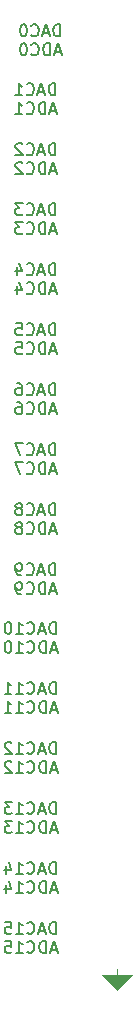
<source format=gbr>
%TF.GenerationSoftware,KiCad,Pcbnew,8.0.7-8.0.7-0~ubuntu22.04.1*%
%TF.CreationDate,2025-01-13T14:39:21-08:00*%
%TF.ProjectId,multichannelheaterdriver_frontend,6d756c74-6963-4686-916e-6e656c686561,rev?*%
%TF.SameCoordinates,Original*%
%TF.FileFunction,Legend,Bot*%
%TF.FilePolarity,Positive*%
%FSLAX46Y46*%
G04 Gerber Fmt 4.6, Leading zero omitted, Abs format (unit mm)*
G04 Created by KiCad (PCBNEW 8.0.7-8.0.7-0~ubuntu22.04.1) date 2025-01-13 14:39:21*
%MOMM*%
%LPD*%
G01*
G04 APERTURE LIST*
%ADD10C,0.100000*%
%ADD11C,0.150000*%
G04 APERTURE END LIST*
D10*
X97790000Y-91440000D02*
X97790000Y-91948000D01*
X97790000Y-93218000D02*
X96520000Y-91948000D01*
X99060000Y-91948000D01*
X97790000Y-93218000D01*
G36*
X97790000Y-93218000D02*
G01*
X96520000Y-91948000D01*
X99060000Y-91948000D01*
X97790000Y-93218000D01*
G37*
D11*
X92970112Y-12449847D02*
X92970112Y-11449847D01*
X92970112Y-11449847D02*
X92732017Y-11449847D01*
X92732017Y-11449847D02*
X92589160Y-11497466D01*
X92589160Y-11497466D02*
X92493922Y-11592704D01*
X92493922Y-11592704D02*
X92446303Y-11687942D01*
X92446303Y-11687942D02*
X92398684Y-11878418D01*
X92398684Y-11878418D02*
X92398684Y-12021275D01*
X92398684Y-12021275D02*
X92446303Y-12211751D01*
X92446303Y-12211751D02*
X92493922Y-12306989D01*
X92493922Y-12306989D02*
X92589160Y-12402228D01*
X92589160Y-12402228D02*
X92732017Y-12449847D01*
X92732017Y-12449847D02*
X92970112Y-12449847D01*
X92017731Y-12164132D02*
X91541541Y-12164132D01*
X92112969Y-12449847D02*
X91779636Y-11449847D01*
X91779636Y-11449847D02*
X91446303Y-12449847D01*
X90541541Y-12354608D02*
X90589160Y-12402228D01*
X90589160Y-12402228D02*
X90732017Y-12449847D01*
X90732017Y-12449847D02*
X90827255Y-12449847D01*
X90827255Y-12449847D02*
X90970112Y-12402228D01*
X90970112Y-12402228D02*
X91065350Y-12306989D01*
X91065350Y-12306989D02*
X91112969Y-12211751D01*
X91112969Y-12211751D02*
X91160588Y-12021275D01*
X91160588Y-12021275D02*
X91160588Y-11878418D01*
X91160588Y-11878418D02*
X91112969Y-11687942D01*
X91112969Y-11687942D02*
X91065350Y-11592704D01*
X91065350Y-11592704D02*
X90970112Y-11497466D01*
X90970112Y-11497466D02*
X90827255Y-11449847D01*
X90827255Y-11449847D02*
X90732017Y-11449847D01*
X90732017Y-11449847D02*
X90589160Y-11497466D01*
X90589160Y-11497466D02*
X90541541Y-11545085D01*
X89922493Y-11449847D02*
X89827255Y-11449847D01*
X89827255Y-11449847D02*
X89732017Y-11497466D01*
X89732017Y-11497466D02*
X89684398Y-11545085D01*
X89684398Y-11545085D02*
X89636779Y-11640323D01*
X89636779Y-11640323D02*
X89589160Y-11830799D01*
X89589160Y-11830799D02*
X89589160Y-12068894D01*
X89589160Y-12068894D02*
X89636779Y-12259370D01*
X89636779Y-12259370D02*
X89684398Y-12354608D01*
X89684398Y-12354608D02*
X89732017Y-12402228D01*
X89732017Y-12402228D02*
X89827255Y-12449847D01*
X89827255Y-12449847D02*
X89922493Y-12449847D01*
X89922493Y-12449847D02*
X90017731Y-12402228D01*
X90017731Y-12402228D02*
X90065350Y-12354608D01*
X90065350Y-12354608D02*
X90112969Y-12259370D01*
X90112969Y-12259370D02*
X90160588Y-12068894D01*
X90160588Y-12068894D02*
X90160588Y-11830799D01*
X90160588Y-11830799D02*
X90112969Y-11640323D01*
X90112969Y-11640323D02*
X90065350Y-11545085D01*
X90065350Y-11545085D02*
X90017731Y-11497466D01*
X90017731Y-11497466D02*
X89922493Y-11449847D01*
X93017731Y-13774076D02*
X92541541Y-13774076D01*
X93112969Y-14059791D02*
X92779636Y-13059791D01*
X92779636Y-13059791D02*
X92446303Y-14059791D01*
X92112969Y-14059791D02*
X92112969Y-13059791D01*
X92112969Y-13059791D02*
X91874874Y-13059791D01*
X91874874Y-13059791D02*
X91732017Y-13107410D01*
X91732017Y-13107410D02*
X91636779Y-13202648D01*
X91636779Y-13202648D02*
X91589160Y-13297886D01*
X91589160Y-13297886D02*
X91541541Y-13488362D01*
X91541541Y-13488362D02*
X91541541Y-13631219D01*
X91541541Y-13631219D02*
X91589160Y-13821695D01*
X91589160Y-13821695D02*
X91636779Y-13916933D01*
X91636779Y-13916933D02*
X91732017Y-14012172D01*
X91732017Y-14012172D02*
X91874874Y-14059791D01*
X91874874Y-14059791D02*
X92112969Y-14059791D01*
X90541541Y-13964552D02*
X90589160Y-14012172D01*
X90589160Y-14012172D02*
X90732017Y-14059791D01*
X90732017Y-14059791D02*
X90827255Y-14059791D01*
X90827255Y-14059791D02*
X90970112Y-14012172D01*
X90970112Y-14012172D02*
X91065350Y-13916933D01*
X91065350Y-13916933D02*
X91112969Y-13821695D01*
X91112969Y-13821695D02*
X91160588Y-13631219D01*
X91160588Y-13631219D02*
X91160588Y-13488362D01*
X91160588Y-13488362D02*
X91112969Y-13297886D01*
X91112969Y-13297886D02*
X91065350Y-13202648D01*
X91065350Y-13202648D02*
X90970112Y-13107410D01*
X90970112Y-13107410D02*
X90827255Y-13059791D01*
X90827255Y-13059791D02*
X90732017Y-13059791D01*
X90732017Y-13059791D02*
X90589160Y-13107410D01*
X90589160Y-13107410D02*
X90541541Y-13155029D01*
X89922493Y-13059791D02*
X89827255Y-13059791D01*
X89827255Y-13059791D02*
X89732017Y-13107410D01*
X89732017Y-13107410D02*
X89684398Y-13155029D01*
X89684398Y-13155029D02*
X89636779Y-13250267D01*
X89636779Y-13250267D02*
X89589160Y-13440743D01*
X89589160Y-13440743D02*
X89589160Y-13678838D01*
X89589160Y-13678838D02*
X89636779Y-13869314D01*
X89636779Y-13869314D02*
X89684398Y-13964552D01*
X89684398Y-13964552D02*
X89732017Y-14012172D01*
X89732017Y-14012172D02*
X89827255Y-14059791D01*
X89827255Y-14059791D02*
X89922493Y-14059791D01*
X89922493Y-14059791D02*
X90017731Y-14012172D01*
X90017731Y-14012172D02*
X90065350Y-13964552D01*
X90065350Y-13964552D02*
X90112969Y-13869314D01*
X90112969Y-13869314D02*
X90160588Y-13678838D01*
X90160588Y-13678838D02*
X90160588Y-13440743D01*
X90160588Y-13440743D02*
X90112969Y-13250267D01*
X90112969Y-13250267D02*
X90065350Y-13155029D01*
X90065350Y-13155029D02*
X90017731Y-13107410D01*
X90017731Y-13107410D02*
X89922493Y-13059791D01*
X92570112Y-27589847D02*
X92570112Y-26589847D01*
X92570112Y-26589847D02*
X92332017Y-26589847D01*
X92332017Y-26589847D02*
X92189160Y-26637466D01*
X92189160Y-26637466D02*
X92093922Y-26732704D01*
X92093922Y-26732704D02*
X92046303Y-26827942D01*
X92046303Y-26827942D02*
X91998684Y-27018418D01*
X91998684Y-27018418D02*
X91998684Y-27161275D01*
X91998684Y-27161275D02*
X92046303Y-27351751D01*
X92046303Y-27351751D02*
X92093922Y-27446989D01*
X92093922Y-27446989D02*
X92189160Y-27542228D01*
X92189160Y-27542228D02*
X92332017Y-27589847D01*
X92332017Y-27589847D02*
X92570112Y-27589847D01*
X91617731Y-27304132D02*
X91141541Y-27304132D01*
X91712969Y-27589847D02*
X91379636Y-26589847D01*
X91379636Y-26589847D02*
X91046303Y-27589847D01*
X90141541Y-27494608D02*
X90189160Y-27542228D01*
X90189160Y-27542228D02*
X90332017Y-27589847D01*
X90332017Y-27589847D02*
X90427255Y-27589847D01*
X90427255Y-27589847D02*
X90570112Y-27542228D01*
X90570112Y-27542228D02*
X90665350Y-27446989D01*
X90665350Y-27446989D02*
X90712969Y-27351751D01*
X90712969Y-27351751D02*
X90760588Y-27161275D01*
X90760588Y-27161275D02*
X90760588Y-27018418D01*
X90760588Y-27018418D02*
X90712969Y-26827942D01*
X90712969Y-26827942D02*
X90665350Y-26732704D01*
X90665350Y-26732704D02*
X90570112Y-26637466D01*
X90570112Y-26637466D02*
X90427255Y-26589847D01*
X90427255Y-26589847D02*
X90332017Y-26589847D01*
X90332017Y-26589847D02*
X90189160Y-26637466D01*
X90189160Y-26637466D02*
X90141541Y-26685085D01*
X89808207Y-26589847D02*
X89189160Y-26589847D01*
X89189160Y-26589847D02*
X89522493Y-26970799D01*
X89522493Y-26970799D02*
X89379636Y-26970799D01*
X89379636Y-26970799D02*
X89284398Y-27018418D01*
X89284398Y-27018418D02*
X89236779Y-27066037D01*
X89236779Y-27066037D02*
X89189160Y-27161275D01*
X89189160Y-27161275D02*
X89189160Y-27399370D01*
X89189160Y-27399370D02*
X89236779Y-27494608D01*
X89236779Y-27494608D02*
X89284398Y-27542228D01*
X89284398Y-27542228D02*
X89379636Y-27589847D01*
X89379636Y-27589847D02*
X89665350Y-27589847D01*
X89665350Y-27589847D02*
X89760588Y-27542228D01*
X89760588Y-27542228D02*
X89808207Y-27494608D01*
X92617731Y-28914076D02*
X92141541Y-28914076D01*
X92712969Y-29199791D02*
X92379636Y-28199791D01*
X92379636Y-28199791D02*
X92046303Y-29199791D01*
X91712969Y-29199791D02*
X91712969Y-28199791D01*
X91712969Y-28199791D02*
X91474874Y-28199791D01*
X91474874Y-28199791D02*
X91332017Y-28247410D01*
X91332017Y-28247410D02*
X91236779Y-28342648D01*
X91236779Y-28342648D02*
X91189160Y-28437886D01*
X91189160Y-28437886D02*
X91141541Y-28628362D01*
X91141541Y-28628362D02*
X91141541Y-28771219D01*
X91141541Y-28771219D02*
X91189160Y-28961695D01*
X91189160Y-28961695D02*
X91236779Y-29056933D01*
X91236779Y-29056933D02*
X91332017Y-29152172D01*
X91332017Y-29152172D02*
X91474874Y-29199791D01*
X91474874Y-29199791D02*
X91712969Y-29199791D01*
X90141541Y-29104552D02*
X90189160Y-29152172D01*
X90189160Y-29152172D02*
X90332017Y-29199791D01*
X90332017Y-29199791D02*
X90427255Y-29199791D01*
X90427255Y-29199791D02*
X90570112Y-29152172D01*
X90570112Y-29152172D02*
X90665350Y-29056933D01*
X90665350Y-29056933D02*
X90712969Y-28961695D01*
X90712969Y-28961695D02*
X90760588Y-28771219D01*
X90760588Y-28771219D02*
X90760588Y-28628362D01*
X90760588Y-28628362D02*
X90712969Y-28437886D01*
X90712969Y-28437886D02*
X90665350Y-28342648D01*
X90665350Y-28342648D02*
X90570112Y-28247410D01*
X90570112Y-28247410D02*
X90427255Y-28199791D01*
X90427255Y-28199791D02*
X90332017Y-28199791D01*
X90332017Y-28199791D02*
X90189160Y-28247410D01*
X90189160Y-28247410D02*
X90141541Y-28295029D01*
X89808207Y-28199791D02*
X89189160Y-28199791D01*
X89189160Y-28199791D02*
X89522493Y-28580743D01*
X89522493Y-28580743D02*
X89379636Y-28580743D01*
X89379636Y-28580743D02*
X89284398Y-28628362D01*
X89284398Y-28628362D02*
X89236779Y-28675981D01*
X89236779Y-28675981D02*
X89189160Y-28771219D01*
X89189160Y-28771219D02*
X89189160Y-29009314D01*
X89189160Y-29009314D02*
X89236779Y-29104552D01*
X89236779Y-29104552D02*
X89284398Y-29152172D01*
X89284398Y-29152172D02*
X89379636Y-29199791D01*
X89379636Y-29199791D02*
X89665350Y-29199791D01*
X89665350Y-29199791D02*
X89760588Y-29152172D01*
X89760588Y-29152172D02*
X89808207Y-29104552D01*
X92570112Y-17429847D02*
X92570112Y-16429847D01*
X92570112Y-16429847D02*
X92332017Y-16429847D01*
X92332017Y-16429847D02*
X92189160Y-16477466D01*
X92189160Y-16477466D02*
X92093922Y-16572704D01*
X92093922Y-16572704D02*
X92046303Y-16667942D01*
X92046303Y-16667942D02*
X91998684Y-16858418D01*
X91998684Y-16858418D02*
X91998684Y-17001275D01*
X91998684Y-17001275D02*
X92046303Y-17191751D01*
X92046303Y-17191751D02*
X92093922Y-17286989D01*
X92093922Y-17286989D02*
X92189160Y-17382228D01*
X92189160Y-17382228D02*
X92332017Y-17429847D01*
X92332017Y-17429847D02*
X92570112Y-17429847D01*
X91617731Y-17144132D02*
X91141541Y-17144132D01*
X91712969Y-17429847D02*
X91379636Y-16429847D01*
X91379636Y-16429847D02*
X91046303Y-17429847D01*
X90141541Y-17334608D02*
X90189160Y-17382228D01*
X90189160Y-17382228D02*
X90332017Y-17429847D01*
X90332017Y-17429847D02*
X90427255Y-17429847D01*
X90427255Y-17429847D02*
X90570112Y-17382228D01*
X90570112Y-17382228D02*
X90665350Y-17286989D01*
X90665350Y-17286989D02*
X90712969Y-17191751D01*
X90712969Y-17191751D02*
X90760588Y-17001275D01*
X90760588Y-17001275D02*
X90760588Y-16858418D01*
X90760588Y-16858418D02*
X90712969Y-16667942D01*
X90712969Y-16667942D02*
X90665350Y-16572704D01*
X90665350Y-16572704D02*
X90570112Y-16477466D01*
X90570112Y-16477466D02*
X90427255Y-16429847D01*
X90427255Y-16429847D02*
X90332017Y-16429847D01*
X90332017Y-16429847D02*
X90189160Y-16477466D01*
X90189160Y-16477466D02*
X90141541Y-16525085D01*
X89189160Y-17429847D02*
X89760588Y-17429847D01*
X89474874Y-17429847D02*
X89474874Y-16429847D01*
X89474874Y-16429847D02*
X89570112Y-16572704D01*
X89570112Y-16572704D02*
X89665350Y-16667942D01*
X89665350Y-16667942D02*
X89760588Y-16715561D01*
X92617731Y-18754076D02*
X92141541Y-18754076D01*
X92712969Y-19039791D02*
X92379636Y-18039791D01*
X92379636Y-18039791D02*
X92046303Y-19039791D01*
X91712969Y-19039791D02*
X91712969Y-18039791D01*
X91712969Y-18039791D02*
X91474874Y-18039791D01*
X91474874Y-18039791D02*
X91332017Y-18087410D01*
X91332017Y-18087410D02*
X91236779Y-18182648D01*
X91236779Y-18182648D02*
X91189160Y-18277886D01*
X91189160Y-18277886D02*
X91141541Y-18468362D01*
X91141541Y-18468362D02*
X91141541Y-18611219D01*
X91141541Y-18611219D02*
X91189160Y-18801695D01*
X91189160Y-18801695D02*
X91236779Y-18896933D01*
X91236779Y-18896933D02*
X91332017Y-18992172D01*
X91332017Y-18992172D02*
X91474874Y-19039791D01*
X91474874Y-19039791D02*
X91712969Y-19039791D01*
X90141541Y-18944552D02*
X90189160Y-18992172D01*
X90189160Y-18992172D02*
X90332017Y-19039791D01*
X90332017Y-19039791D02*
X90427255Y-19039791D01*
X90427255Y-19039791D02*
X90570112Y-18992172D01*
X90570112Y-18992172D02*
X90665350Y-18896933D01*
X90665350Y-18896933D02*
X90712969Y-18801695D01*
X90712969Y-18801695D02*
X90760588Y-18611219D01*
X90760588Y-18611219D02*
X90760588Y-18468362D01*
X90760588Y-18468362D02*
X90712969Y-18277886D01*
X90712969Y-18277886D02*
X90665350Y-18182648D01*
X90665350Y-18182648D02*
X90570112Y-18087410D01*
X90570112Y-18087410D02*
X90427255Y-18039791D01*
X90427255Y-18039791D02*
X90332017Y-18039791D01*
X90332017Y-18039791D02*
X90189160Y-18087410D01*
X90189160Y-18087410D02*
X90141541Y-18135029D01*
X89189160Y-19039791D02*
X89760588Y-19039791D01*
X89474874Y-19039791D02*
X89474874Y-18039791D01*
X89474874Y-18039791D02*
X89570112Y-18182648D01*
X89570112Y-18182648D02*
X89665350Y-18277886D01*
X89665350Y-18277886D02*
X89760588Y-18325505D01*
X92610587Y-73209847D02*
X92610587Y-72209847D01*
X92610587Y-72209847D02*
X92372492Y-72209847D01*
X92372492Y-72209847D02*
X92229635Y-72257466D01*
X92229635Y-72257466D02*
X92134397Y-72352704D01*
X92134397Y-72352704D02*
X92086778Y-72447942D01*
X92086778Y-72447942D02*
X92039159Y-72638418D01*
X92039159Y-72638418D02*
X92039159Y-72781275D01*
X92039159Y-72781275D02*
X92086778Y-72971751D01*
X92086778Y-72971751D02*
X92134397Y-73066989D01*
X92134397Y-73066989D02*
X92229635Y-73162228D01*
X92229635Y-73162228D02*
X92372492Y-73209847D01*
X92372492Y-73209847D02*
X92610587Y-73209847D01*
X91658206Y-72924132D02*
X91182016Y-72924132D01*
X91753444Y-73209847D02*
X91420111Y-72209847D01*
X91420111Y-72209847D02*
X91086778Y-73209847D01*
X90182016Y-73114608D02*
X90229635Y-73162228D01*
X90229635Y-73162228D02*
X90372492Y-73209847D01*
X90372492Y-73209847D02*
X90467730Y-73209847D01*
X90467730Y-73209847D02*
X90610587Y-73162228D01*
X90610587Y-73162228D02*
X90705825Y-73066989D01*
X90705825Y-73066989D02*
X90753444Y-72971751D01*
X90753444Y-72971751D02*
X90801063Y-72781275D01*
X90801063Y-72781275D02*
X90801063Y-72638418D01*
X90801063Y-72638418D02*
X90753444Y-72447942D01*
X90753444Y-72447942D02*
X90705825Y-72352704D01*
X90705825Y-72352704D02*
X90610587Y-72257466D01*
X90610587Y-72257466D02*
X90467730Y-72209847D01*
X90467730Y-72209847D02*
X90372492Y-72209847D01*
X90372492Y-72209847D02*
X90229635Y-72257466D01*
X90229635Y-72257466D02*
X90182016Y-72305085D01*
X89229635Y-73209847D02*
X89801063Y-73209847D01*
X89515349Y-73209847D02*
X89515349Y-72209847D01*
X89515349Y-72209847D02*
X89610587Y-72352704D01*
X89610587Y-72352704D02*
X89705825Y-72447942D01*
X89705825Y-72447942D02*
X89801063Y-72495561D01*
X88848682Y-72305085D02*
X88801063Y-72257466D01*
X88801063Y-72257466D02*
X88705825Y-72209847D01*
X88705825Y-72209847D02*
X88467730Y-72209847D01*
X88467730Y-72209847D02*
X88372492Y-72257466D01*
X88372492Y-72257466D02*
X88324873Y-72305085D01*
X88324873Y-72305085D02*
X88277254Y-72400323D01*
X88277254Y-72400323D02*
X88277254Y-72495561D01*
X88277254Y-72495561D02*
X88324873Y-72638418D01*
X88324873Y-72638418D02*
X88896301Y-73209847D01*
X88896301Y-73209847D02*
X88277254Y-73209847D01*
X92658206Y-74534076D02*
X92182016Y-74534076D01*
X92753444Y-74819791D02*
X92420111Y-73819791D01*
X92420111Y-73819791D02*
X92086778Y-74819791D01*
X91753444Y-74819791D02*
X91753444Y-73819791D01*
X91753444Y-73819791D02*
X91515349Y-73819791D01*
X91515349Y-73819791D02*
X91372492Y-73867410D01*
X91372492Y-73867410D02*
X91277254Y-73962648D01*
X91277254Y-73962648D02*
X91229635Y-74057886D01*
X91229635Y-74057886D02*
X91182016Y-74248362D01*
X91182016Y-74248362D02*
X91182016Y-74391219D01*
X91182016Y-74391219D02*
X91229635Y-74581695D01*
X91229635Y-74581695D02*
X91277254Y-74676933D01*
X91277254Y-74676933D02*
X91372492Y-74772172D01*
X91372492Y-74772172D02*
X91515349Y-74819791D01*
X91515349Y-74819791D02*
X91753444Y-74819791D01*
X90182016Y-74724552D02*
X90229635Y-74772172D01*
X90229635Y-74772172D02*
X90372492Y-74819791D01*
X90372492Y-74819791D02*
X90467730Y-74819791D01*
X90467730Y-74819791D02*
X90610587Y-74772172D01*
X90610587Y-74772172D02*
X90705825Y-74676933D01*
X90705825Y-74676933D02*
X90753444Y-74581695D01*
X90753444Y-74581695D02*
X90801063Y-74391219D01*
X90801063Y-74391219D02*
X90801063Y-74248362D01*
X90801063Y-74248362D02*
X90753444Y-74057886D01*
X90753444Y-74057886D02*
X90705825Y-73962648D01*
X90705825Y-73962648D02*
X90610587Y-73867410D01*
X90610587Y-73867410D02*
X90467730Y-73819791D01*
X90467730Y-73819791D02*
X90372492Y-73819791D01*
X90372492Y-73819791D02*
X90229635Y-73867410D01*
X90229635Y-73867410D02*
X90182016Y-73915029D01*
X89229635Y-74819791D02*
X89801063Y-74819791D01*
X89515349Y-74819791D02*
X89515349Y-73819791D01*
X89515349Y-73819791D02*
X89610587Y-73962648D01*
X89610587Y-73962648D02*
X89705825Y-74057886D01*
X89705825Y-74057886D02*
X89801063Y-74105505D01*
X88848682Y-73915029D02*
X88801063Y-73867410D01*
X88801063Y-73867410D02*
X88705825Y-73819791D01*
X88705825Y-73819791D02*
X88467730Y-73819791D01*
X88467730Y-73819791D02*
X88372492Y-73867410D01*
X88372492Y-73867410D02*
X88324873Y-73915029D01*
X88324873Y-73915029D02*
X88277254Y-74010267D01*
X88277254Y-74010267D02*
X88277254Y-74105505D01*
X88277254Y-74105505D02*
X88324873Y-74248362D01*
X88324873Y-74248362D02*
X88896301Y-74819791D01*
X88896301Y-74819791D02*
X88277254Y-74819791D01*
X92610587Y-83369847D02*
X92610587Y-82369847D01*
X92610587Y-82369847D02*
X92372492Y-82369847D01*
X92372492Y-82369847D02*
X92229635Y-82417466D01*
X92229635Y-82417466D02*
X92134397Y-82512704D01*
X92134397Y-82512704D02*
X92086778Y-82607942D01*
X92086778Y-82607942D02*
X92039159Y-82798418D01*
X92039159Y-82798418D02*
X92039159Y-82941275D01*
X92039159Y-82941275D02*
X92086778Y-83131751D01*
X92086778Y-83131751D02*
X92134397Y-83226989D01*
X92134397Y-83226989D02*
X92229635Y-83322228D01*
X92229635Y-83322228D02*
X92372492Y-83369847D01*
X92372492Y-83369847D02*
X92610587Y-83369847D01*
X91658206Y-83084132D02*
X91182016Y-83084132D01*
X91753444Y-83369847D02*
X91420111Y-82369847D01*
X91420111Y-82369847D02*
X91086778Y-83369847D01*
X90182016Y-83274608D02*
X90229635Y-83322228D01*
X90229635Y-83322228D02*
X90372492Y-83369847D01*
X90372492Y-83369847D02*
X90467730Y-83369847D01*
X90467730Y-83369847D02*
X90610587Y-83322228D01*
X90610587Y-83322228D02*
X90705825Y-83226989D01*
X90705825Y-83226989D02*
X90753444Y-83131751D01*
X90753444Y-83131751D02*
X90801063Y-82941275D01*
X90801063Y-82941275D02*
X90801063Y-82798418D01*
X90801063Y-82798418D02*
X90753444Y-82607942D01*
X90753444Y-82607942D02*
X90705825Y-82512704D01*
X90705825Y-82512704D02*
X90610587Y-82417466D01*
X90610587Y-82417466D02*
X90467730Y-82369847D01*
X90467730Y-82369847D02*
X90372492Y-82369847D01*
X90372492Y-82369847D02*
X90229635Y-82417466D01*
X90229635Y-82417466D02*
X90182016Y-82465085D01*
X89229635Y-83369847D02*
X89801063Y-83369847D01*
X89515349Y-83369847D02*
X89515349Y-82369847D01*
X89515349Y-82369847D02*
X89610587Y-82512704D01*
X89610587Y-82512704D02*
X89705825Y-82607942D01*
X89705825Y-82607942D02*
X89801063Y-82655561D01*
X88372492Y-82703180D02*
X88372492Y-83369847D01*
X88610587Y-82322228D02*
X88848682Y-83036513D01*
X88848682Y-83036513D02*
X88229635Y-83036513D01*
X92658206Y-84694076D02*
X92182016Y-84694076D01*
X92753444Y-84979791D02*
X92420111Y-83979791D01*
X92420111Y-83979791D02*
X92086778Y-84979791D01*
X91753444Y-84979791D02*
X91753444Y-83979791D01*
X91753444Y-83979791D02*
X91515349Y-83979791D01*
X91515349Y-83979791D02*
X91372492Y-84027410D01*
X91372492Y-84027410D02*
X91277254Y-84122648D01*
X91277254Y-84122648D02*
X91229635Y-84217886D01*
X91229635Y-84217886D02*
X91182016Y-84408362D01*
X91182016Y-84408362D02*
X91182016Y-84551219D01*
X91182016Y-84551219D02*
X91229635Y-84741695D01*
X91229635Y-84741695D02*
X91277254Y-84836933D01*
X91277254Y-84836933D02*
X91372492Y-84932172D01*
X91372492Y-84932172D02*
X91515349Y-84979791D01*
X91515349Y-84979791D02*
X91753444Y-84979791D01*
X90182016Y-84884552D02*
X90229635Y-84932172D01*
X90229635Y-84932172D02*
X90372492Y-84979791D01*
X90372492Y-84979791D02*
X90467730Y-84979791D01*
X90467730Y-84979791D02*
X90610587Y-84932172D01*
X90610587Y-84932172D02*
X90705825Y-84836933D01*
X90705825Y-84836933D02*
X90753444Y-84741695D01*
X90753444Y-84741695D02*
X90801063Y-84551219D01*
X90801063Y-84551219D02*
X90801063Y-84408362D01*
X90801063Y-84408362D02*
X90753444Y-84217886D01*
X90753444Y-84217886D02*
X90705825Y-84122648D01*
X90705825Y-84122648D02*
X90610587Y-84027410D01*
X90610587Y-84027410D02*
X90467730Y-83979791D01*
X90467730Y-83979791D02*
X90372492Y-83979791D01*
X90372492Y-83979791D02*
X90229635Y-84027410D01*
X90229635Y-84027410D02*
X90182016Y-84075029D01*
X89229635Y-84979791D02*
X89801063Y-84979791D01*
X89515349Y-84979791D02*
X89515349Y-83979791D01*
X89515349Y-83979791D02*
X89610587Y-84122648D01*
X89610587Y-84122648D02*
X89705825Y-84217886D01*
X89705825Y-84217886D02*
X89801063Y-84265505D01*
X88372492Y-84313124D02*
X88372492Y-84979791D01*
X88610587Y-83932172D02*
X88848682Y-84646457D01*
X88848682Y-84646457D02*
X88229635Y-84646457D01*
X92610587Y-68129847D02*
X92610587Y-67129847D01*
X92610587Y-67129847D02*
X92372492Y-67129847D01*
X92372492Y-67129847D02*
X92229635Y-67177466D01*
X92229635Y-67177466D02*
X92134397Y-67272704D01*
X92134397Y-67272704D02*
X92086778Y-67367942D01*
X92086778Y-67367942D02*
X92039159Y-67558418D01*
X92039159Y-67558418D02*
X92039159Y-67701275D01*
X92039159Y-67701275D02*
X92086778Y-67891751D01*
X92086778Y-67891751D02*
X92134397Y-67986989D01*
X92134397Y-67986989D02*
X92229635Y-68082228D01*
X92229635Y-68082228D02*
X92372492Y-68129847D01*
X92372492Y-68129847D02*
X92610587Y-68129847D01*
X91658206Y-67844132D02*
X91182016Y-67844132D01*
X91753444Y-68129847D02*
X91420111Y-67129847D01*
X91420111Y-67129847D02*
X91086778Y-68129847D01*
X90182016Y-68034608D02*
X90229635Y-68082228D01*
X90229635Y-68082228D02*
X90372492Y-68129847D01*
X90372492Y-68129847D02*
X90467730Y-68129847D01*
X90467730Y-68129847D02*
X90610587Y-68082228D01*
X90610587Y-68082228D02*
X90705825Y-67986989D01*
X90705825Y-67986989D02*
X90753444Y-67891751D01*
X90753444Y-67891751D02*
X90801063Y-67701275D01*
X90801063Y-67701275D02*
X90801063Y-67558418D01*
X90801063Y-67558418D02*
X90753444Y-67367942D01*
X90753444Y-67367942D02*
X90705825Y-67272704D01*
X90705825Y-67272704D02*
X90610587Y-67177466D01*
X90610587Y-67177466D02*
X90467730Y-67129847D01*
X90467730Y-67129847D02*
X90372492Y-67129847D01*
X90372492Y-67129847D02*
X90229635Y-67177466D01*
X90229635Y-67177466D02*
X90182016Y-67225085D01*
X89229635Y-68129847D02*
X89801063Y-68129847D01*
X89515349Y-68129847D02*
X89515349Y-67129847D01*
X89515349Y-67129847D02*
X89610587Y-67272704D01*
X89610587Y-67272704D02*
X89705825Y-67367942D01*
X89705825Y-67367942D02*
X89801063Y-67415561D01*
X88277254Y-68129847D02*
X88848682Y-68129847D01*
X88562968Y-68129847D02*
X88562968Y-67129847D01*
X88562968Y-67129847D02*
X88658206Y-67272704D01*
X88658206Y-67272704D02*
X88753444Y-67367942D01*
X88753444Y-67367942D02*
X88848682Y-67415561D01*
X92658206Y-69454076D02*
X92182016Y-69454076D01*
X92753444Y-69739791D02*
X92420111Y-68739791D01*
X92420111Y-68739791D02*
X92086778Y-69739791D01*
X91753444Y-69739791D02*
X91753444Y-68739791D01*
X91753444Y-68739791D02*
X91515349Y-68739791D01*
X91515349Y-68739791D02*
X91372492Y-68787410D01*
X91372492Y-68787410D02*
X91277254Y-68882648D01*
X91277254Y-68882648D02*
X91229635Y-68977886D01*
X91229635Y-68977886D02*
X91182016Y-69168362D01*
X91182016Y-69168362D02*
X91182016Y-69311219D01*
X91182016Y-69311219D02*
X91229635Y-69501695D01*
X91229635Y-69501695D02*
X91277254Y-69596933D01*
X91277254Y-69596933D02*
X91372492Y-69692172D01*
X91372492Y-69692172D02*
X91515349Y-69739791D01*
X91515349Y-69739791D02*
X91753444Y-69739791D01*
X90182016Y-69644552D02*
X90229635Y-69692172D01*
X90229635Y-69692172D02*
X90372492Y-69739791D01*
X90372492Y-69739791D02*
X90467730Y-69739791D01*
X90467730Y-69739791D02*
X90610587Y-69692172D01*
X90610587Y-69692172D02*
X90705825Y-69596933D01*
X90705825Y-69596933D02*
X90753444Y-69501695D01*
X90753444Y-69501695D02*
X90801063Y-69311219D01*
X90801063Y-69311219D02*
X90801063Y-69168362D01*
X90801063Y-69168362D02*
X90753444Y-68977886D01*
X90753444Y-68977886D02*
X90705825Y-68882648D01*
X90705825Y-68882648D02*
X90610587Y-68787410D01*
X90610587Y-68787410D02*
X90467730Y-68739791D01*
X90467730Y-68739791D02*
X90372492Y-68739791D01*
X90372492Y-68739791D02*
X90229635Y-68787410D01*
X90229635Y-68787410D02*
X90182016Y-68835029D01*
X89229635Y-69739791D02*
X89801063Y-69739791D01*
X89515349Y-69739791D02*
X89515349Y-68739791D01*
X89515349Y-68739791D02*
X89610587Y-68882648D01*
X89610587Y-68882648D02*
X89705825Y-68977886D01*
X89705825Y-68977886D02*
X89801063Y-69025505D01*
X88277254Y-69739791D02*
X88848682Y-69739791D01*
X88562968Y-69739791D02*
X88562968Y-68739791D01*
X88562968Y-68739791D02*
X88658206Y-68882648D01*
X88658206Y-68882648D02*
X88753444Y-68977886D01*
X88753444Y-68977886D02*
X88848682Y-69025505D01*
X92570112Y-58069847D02*
X92570112Y-57069847D01*
X92570112Y-57069847D02*
X92332017Y-57069847D01*
X92332017Y-57069847D02*
X92189160Y-57117466D01*
X92189160Y-57117466D02*
X92093922Y-57212704D01*
X92093922Y-57212704D02*
X92046303Y-57307942D01*
X92046303Y-57307942D02*
X91998684Y-57498418D01*
X91998684Y-57498418D02*
X91998684Y-57641275D01*
X91998684Y-57641275D02*
X92046303Y-57831751D01*
X92046303Y-57831751D02*
X92093922Y-57926989D01*
X92093922Y-57926989D02*
X92189160Y-58022228D01*
X92189160Y-58022228D02*
X92332017Y-58069847D01*
X92332017Y-58069847D02*
X92570112Y-58069847D01*
X91617731Y-57784132D02*
X91141541Y-57784132D01*
X91712969Y-58069847D02*
X91379636Y-57069847D01*
X91379636Y-57069847D02*
X91046303Y-58069847D01*
X90141541Y-57974608D02*
X90189160Y-58022228D01*
X90189160Y-58022228D02*
X90332017Y-58069847D01*
X90332017Y-58069847D02*
X90427255Y-58069847D01*
X90427255Y-58069847D02*
X90570112Y-58022228D01*
X90570112Y-58022228D02*
X90665350Y-57926989D01*
X90665350Y-57926989D02*
X90712969Y-57831751D01*
X90712969Y-57831751D02*
X90760588Y-57641275D01*
X90760588Y-57641275D02*
X90760588Y-57498418D01*
X90760588Y-57498418D02*
X90712969Y-57307942D01*
X90712969Y-57307942D02*
X90665350Y-57212704D01*
X90665350Y-57212704D02*
X90570112Y-57117466D01*
X90570112Y-57117466D02*
X90427255Y-57069847D01*
X90427255Y-57069847D02*
X90332017Y-57069847D01*
X90332017Y-57069847D02*
X90189160Y-57117466D01*
X90189160Y-57117466D02*
X90141541Y-57165085D01*
X89665350Y-58069847D02*
X89474874Y-58069847D01*
X89474874Y-58069847D02*
X89379636Y-58022228D01*
X89379636Y-58022228D02*
X89332017Y-57974608D01*
X89332017Y-57974608D02*
X89236779Y-57831751D01*
X89236779Y-57831751D02*
X89189160Y-57641275D01*
X89189160Y-57641275D02*
X89189160Y-57260323D01*
X89189160Y-57260323D02*
X89236779Y-57165085D01*
X89236779Y-57165085D02*
X89284398Y-57117466D01*
X89284398Y-57117466D02*
X89379636Y-57069847D01*
X89379636Y-57069847D02*
X89570112Y-57069847D01*
X89570112Y-57069847D02*
X89665350Y-57117466D01*
X89665350Y-57117466D02*
X89712969Y-57165085D01*
X89712969Y-57165085D02*
X89760588Y-57260323D01*
X89760588Y-57260323D02*
X89760588Y-57498418D01*
X89760588Y-57498418D02*
X89712969Y-57593656D01*
X89712969Y-57593656D02*
X89665350Y-57641275D01*
X89665350Y-57641275D02*
X89570112Y-57688894D01*
X89570112Y-57688894D02*
X89379636Y-57688894D01*
X89379636Y-57688894D02*
X89284398Y-57641275D01*
X89284398Y-57641275D02*
X89236779Y-57593656D01*
X89236779Y-57593656D02*
X89189160Y-57498418D01*
X92617731Y-59394076D02*
X92141541Y-59394076D01*
X92712969Y-59679791D02*
X92379636Y-58679791D01*
X92379636Y-58679791D02*
X92046303Y-59679791D01*
X91712969Y-59679791D02*
X91712969Y-58679791D01*
X91712969Y-58679791D02*
X91474874Y-58679791D01*
X91474874Y-58679791D02*
X91332017Y-58727410D01*
X91332017Y-58727410D02*
X91236779Y-58822648D01*
X91236779Y-58822648D02*
X91189160Y-58917886D01*
X91189160Y-58917886D02*
X91141541Y-59108362D01*
X91141541Y-59108362D02*
X91141541Y-59251219D01*
X91141541Y-59251219D02*
X91189160Y-59441695D01*
X91189160Y-59441695D02*
X91236779Y-59536933D01*
X91236779Y-59536933D02*
X91332017Y-59632172D01*
X91332017Y-59632172D02*
X91474874Y-59679791D01*
X91474874Y-59679791D02*
X91712969Y-59679791D01*
X90141541Y-59584552D02*
X90189160Y-59632172D01*
X90189160Y-59632172D02*
X90332017Y-59679791D01*
X90332017Y-59679791D02*
X90427255Y-59679791D01*
X90427255Y-59679791D02*
X90570112Y-59632172D01*
X90570112Y-59632172D02*
X90665350Y-59536933D01*
X90665350Y-59536933D02*
X90712969Y-59441695D01*
X90712969Y-59441695D02*
X90760588Y-59251219D01*
X90760588Y-59251219D02*
X90760588Y-59108362D01*
X90760588Y-59108362D02*
X90712969Y-58917886D01*
X90712969Y-58917886D02*
X90665350Y-58822648D01*
X90665350Y-58822648D02*
X90570112Y-58727410D01*
X90570112Y-58727410D02*
X90427255Y-58679791D01*
X90427255Y-58679791D02*
X90332017Y-58679791D01*
X90332017Y-58679791D02*
X90189160Y-58727410D01*
X90189160Y-58727410D02*
X90141541Y-58775029D01*
X89665350Y-59679791D02*
X89474874Y-59679791D01*
X89474874Y-59679791D02*
X89379636Y-59632172D01*
X89379636Y-59632172D02*
X89332017Y-59584552D01*
X89332017Y-59584552D02*
X89236779Y-59441695D01*
X89236779Y-59441695D02*
X89189160Y-59251219D01*
X89189160Y-59251219D02*
X89189160Y-58870267D01*
X89189160Y-58870267D02*
X89236779Y-58775029D01*
X89236779Y-58775029D02*
X89284398Y-58727410D01*
X89284398Y-58727410D02*
X89379636Y-58679791D01*
X89379636Y-58679791D02*
X89570112Y-58679791D01*
X89570112Y-58679791D02*
X89665350Y-58727410D01*
X89665350Y-58727410D02*
X89712969Y-58775029D01*
X89712969Y-58775029D02*
X89760588Y-58870267D01*
X89760588Y-58870267D02*
X89760588Y-59108362D01*
X89760588Y-59108362D02*
X89712969Y-59203600D01*
X89712969Y-59203600D02*
X89665350Y-59251219D01*
X89665350Y-59251219D02*
X89570112Y-59298838D01*
X89570112Y-59298838D02*
X89379636Y-59298838D01*
X89379636Y-59298838D02*
X89284398Y-59251219D01*
X89284398Y-59251219D02*
X89236779Y-59203600D01*
X89236779Y-59203600D02*
X89189160Y-59108362D01*
X92570112Y-22509847D02*
X92570112Y-21509847D01*
X92570112Y-21509847D02*
X92332017Y-21509847D01*
X92332017Y-21509847D02*
X92189160Y-21557466D01*
X92189160Y-21557466D02*
X92093922Y-21652704D01*
X92093922Y-21652704D02*
X92046303Y-21747942D01*
X92046303Y-21747942D02*
X91998684Y-21938418D01*
X91998684Y-21938418D02*
X91998684Y-22081275D01*
X91998684Y-22081275D02*
X92046303Y-22271751D01*
X92046303Y-22271751D02*
X92093922Y-22366989D01*
X92093922Y-22366989D02*
X92189160Y-22462228D01*
X92189160Y-22462228D02*
X92332017Y-22509847D01*
X92332017Y-22509847D02*
X92570112Y-22509847D01*
X91617731Y-22224132D02*
X91141541Y-22224132D01*
X91712969Y-22509847D02*
X91379636Y-21509847D01*
X91379636Y-21509847D02*
X91046303Y-22509847D01*
X90141541Y-22414608D02*
X90189160Y-22462228D01*
X90189160Y-22462228D02*
X90332017Y-22509847D01*
X90332017Y-22509847D02*
X90427255Y-22509847D01*
X90427255Y-22509847D02*
X90570112Y-22462228D01*
X90570112Y-22462228D02*
X90665350Y-22366989D01*
X90665350Y-22366989D02*
X90712969Y-22271751D01*
X90712969Y-22271751D02*
X90760588Y-22081275D01*
X90760588Y-22081275D02*
X90760588Y-21938418D01*
X90760588Y-21938418D02*
X90712969Y-21747942D01*
X90712969Y-21747942D02*
X90665350Y-21652704D01*
X90665350Y-21652704D02*
X90570112Y-21557466D01*
X90570112Y-21557466D02*
X90427255Y-21509847D01*
X90427255Y-21509847D02*
X90332017Y-21509847D01*
X90332017Y-21509847D02*
X90189160Y-21557466D01*
X90189160Y-21557466D02*
X90141541Y-21605085D01*
X89760588Y-21605085D02*
X89712969Y-21557466D01*
X89712969Y-21557466D02*
X89617731Y-21509847D01*
X89617731Y-21509847D02*
X89379636Y-21509847D01*
X89379636Y-21509847D02*
X89284398Y-21557466D01*
X89284398Y-21557466D02*
X89236779Y-21605085D01*
X89236779Y-21605085D02*
X89189160Y-21700323D01*
X89189160Y-21700323D02*
X89189160Y-21795561D01*
X89189160Y-21795561D02*
X89236779Y-21938418D01*
X89236779Y-21938418D02*
X89808207Y-22509847D01*
X89808207Y-22509847D02*
X89189160Y-22509847D01*
X92617731Y-23834076D02*
X92141541Y-23834076D01*
X92712969Y-24119791D02*
X92379636Y-23119791D01*
X92379636Y-23119791D02*
X92046303Y-24119791D01*
X91712969Y-24119791D02*
X91712969Y-23119791D01*
X91712969Y-23119791D02*
X91474874Y-23119791D01*
X91474874Y-23119791D02*
X91332017Y-23167410D01*
X91332017Y-23167410D02*
X91236779Y-23262648D01*
X91236779Y-23262648D02*
X91189160Y-23357886D01*
X91189160Y-23357886D02*
X91141541Y-23548362D01*
X91141541Y-23548362D02*
X91141541Y-23691219D01*
X91141541Y-23691219D02*
X91189160Y-23881695D01*
X91189160Y-23881695D02*
X91236779Y-23976933D01*
X91236779Y-23976933D02*
X91332017Y-24072172D01*
X91332017Y-24072172D02*
X91474874Y-24119791D01*
X91474874Y-24119791D02*
X91712969Y-24119791D01*
X90141541Y-24024552D02*
X90189160Y-24072172D01*
X90189160Y-24072172D02*
X90332017Y-24119791D01*
X90332017Y-24119791D02*
X90427255Y-24119791D01*
X90427255Y-24119791D02*
X90570112Y-24072172D01*
X90570112Y-24072172D02*
X90665350Y-23976933D01*
X90665350Y-23976933D02*
X90712969Y-23881695D01*
X90712969Y-23881695D02*
X90760588Y-23691219D01*
X90760588Y-23691219D02*
X90760588Y-23548362D01*
X90760588Y-23548362D02*
X90712969Y-23357886D01*
X90712969Y-23357886D02*
X90665350Y-23262648D01*
X90665350Y-23262648D02*
X90570112Y-23167410D01*
X90570112Y-23167410D02*
X90427255Y-23119791D01*
X90427255Y-23119791D02*
X90332017Y-23119791D01*
X90332017Y-23119791D02*
X90189160Y-23167410D01*
X90189160Y-23167410D02*
X90141541Y-23215029D01*
X89760588Y-23215029D02*
X89712969Y-23167410D01*
X89712969Y-23167410D02*
X89617731Y-23119791D01*
X89617731Y-23119791D02*
X89379636Y-23119791D01*
X89379636Y-23119791D02*
X89284398Y-23167410D01*
X89284398Y-23167410D02*
X89236779Y-23215029D01*
X89236779Y-23215029D02*
X89189160Y-23310267D01*
X89189160Y-23310267D02*
X89189160Y-23405505D01*
X89189160Y-23405505D02*
X89236779Y-23548362D01*
X89236779Y-23548362D02*
X89808207Y-24119791D01*
X89808207Y-24119791D02*
X89189160Y-24119791D01*
X92570112Y-42829847D02*
X92570112Y-41829847D01*
X92570112Y-41829847D02*
X92332017Y-41829847D01*
X92332017Y-41829847D02*
X92189160Y-41877466D01*
X92189160Y-41877466D02*
X92093922Y-41972704D01*
X92093922Y-41972704D02*
X92046303Y-42067942D01*
X92046303Y-42067942D02*
X91998684Y-42258418D01*
X91998684Y-42258418D02*
X91998684Y-42401275D01*
X91998684Y-42401275D02*
X92046303Y-42591751D01*
X92046303Y-42591751D02*
X92093922Y-42686989D01*
X92093922Y-42686989D02*
X92189160Y-42782228D01*
X92189160Y-42782228D02*
X92332017Y-42829847D01*
X92332017Y-42829847D02*
X92570112Y-42829847D01*
X91617731Y-42544132D02*
X91141541Y-42544132D01*
X91712969Y-42829847D02*
X91379636Y-41829847D01*
X91379636Y-41829847D02*
X91046303Y-42829847D01*
X90141541Y-42734608D02*
X90189160Y-42782228D01*
X90189160Y-42782228D02*
X90332017Y-42829847D01*
X90332017Y-42829847D02*
X90427255Y-42829847D01*
X90427255Y-42829847D02*
X90570112Y-42782228D01*
X90570112Y-42782228D02*
X90665350Y-42686989D01*
X90665350Y-42686989D02*
X90712969Y-42591751D01*
X90712969Y-42591751D02*
X90760588Y-42401275D01*
X90760588Y-42401275D02*
X90760588Y-42258418D01*
X90760588Y-42258418D02*
X90712969Y-42067942D01*
X90712969Y-42067942D02*
X90665350Y-41972704D01*
X90665350Y-41972704D02*
X90570112Y-41877466D01*
X90570112Y-41877466D02*
X90427255Y-41829847D01*
X90427255Y-41829847D02*
X90332017Y-41829847D01*
X90332017Y-41829847D02*
X90189160Y-41877466D01*
X90189160Y-41877466D02*
X90141541Y-41925085D01*
X89284398Y-41829847D02*
X89474874Y-41829847D01*
X89474874Y-41829847D02*
X89570112Y-41877466D01*
X89570112Y-41877466D02*
X89617731Y-41925085D01*
X89617731Y-41925085D02*
X89712969Y-42067942D01*
X89712969Y-42067942D02*
X89760588Y-42258418D01*
X89760588Y-42258418D02*
X89760588Y-42639370D01*
X89760588Y-42639370D02*
X89712969Y-42734608D01*
X89712969Y-42734608D02*
X89665350Y-42782228D01*
X89665350Y-42782228D02*
X89570112Y-42829847D01*
X89570112Y-42829847D02*
X89379636Y-42829847D01*
X89379636Y-42829847D02*
X89284398Y-42782228D01*
X89284398Y-42782228D02*
X89236779Y-42734608D01*
X89236779Y-42734608D02*
X89189160Y-42639370D01*
X89189160Y-42639370D02*
X89189160Y-42401275D01*
X89189160Y-42401275D02*
X89236779Y-42306037D01*
X89236779Y-42306037D02*
X89284398Y-42258418D01*
X89284398Y-42258418D02*
X89379636Y-42210799D01*
X89379636Y-42210799D02*
X89570112Y-42210799D01*
X89570112Y-42210799D02*
X89665350Y-42258418D01*
X89665350Y-42258418D02*
X89712969Y-42306037D01*
X89712969Y-42306037D02*
X89760588Y-42401275D01*
X92617731Y-44154076D02*
X92141541Y-44154076D01*
X92712969Y-44439791D02*
X92379636Y-43439791D01*
X92379636Y-43439791D02*
X92046303Y-44439791D01*
X91712969Y-44439791D02*
X91712969Y-43439791D01*
X91712969Y-43439791D02*
X91474874Y-43439791D01*
X91474874Y-43439791D02*
X91332017Y-43487410D01*
X91332017Y-43487410D02*
X91236779Y-43582648D01*
X91236779Y-43582648D02*
X91189160Y-43677886D01*
X91189160Y-43677886D02*
X91141541Y-43868362D01*
X91141541Y-43868362D02*
X91141541Y-44011219D01*
X91141541Y-44011219D02*
X91189160Y-44201695D01*
X91189160Y-44201695D02*
X91236779Y-44296933D01*
X91236779Y-44296933D02*
X91332017Y-44392172D01*
X91332017Y-44392172D02*
X91474874Y-44439791D01*
X91474874Y-44439791D02*
X91712969Y-44439791D01*
X90141541Y-44344552D02*
X90189160Y-44392172D01*
X90189160Y-44392172D02*
X90332017Y-44439791D01*
X90332017Y-44439791D02*
X90427255Y-44439791D01*
X90427255Y-44439791D02*
X90570112Y-44392172D01*
X90570112Y-44392172D02*
X90665350Y-44296933D01*
X90665350Y-44296933D02*
X90712969Y-44201695D01*
X90712969Y-44201695D02*
X90760588Y-44011219D01*
X90760588Y-44011219D02*
X90760588Y-43868362D01*
X90760588Y-43868362D02*
X90712969Y-43677886D01*
X90712969Y-43677886D02*
X90665350Y-43582648D01*
X90665350Y-43582648D02*
X90570112Y-43487410D01*
X90570112Y-43487410D02*
X90427255Y-43439791D01*
X90427255Y-43439791D02*
X90332017Y-43439791D01*
X90332017Y-43439791D02*
X90189160Y-43487410D01*
X90189160Y-43487410D02*
X90141541Y-43535029D01*
X89284398Y-43439791D02*
X89474874Y-43439791D01*
X89474874Y-43439791D02*
X89570112Y-43487410D01*
X89570112Y-43487410D02*
X89617731Y-43535029D01*
X89617731Y-43535029D02*
X89712969Y-43677886D01*
X89712969Y-43677886D02*
X89760588Y-43868362D01*
X89760588Y-43868362D02*
X89760588Y-44249314D01*
X89760588Y-44249314D02*
X89712969Y-44344552D01*
X89712969Y-44344552D02*
X89665350Y-44392172D01*
X89665350Y-44392172D02*
X89570112Y-44439791D01*
X89570112Y-44439791D02*
X89379636Y-44439791D01*
X89379636Y-44439791D02*
X89284398Y-44392172D01*
X89284398Y-44392172D02*
X89236779Y-44344552D01*
X89236779Y-44344552D02*
X89189160Y-44249314D01*
X89189160Y-44249314D02*
X89189160Y-44011219D01*
X89189160Y-44011219D02*
X89236779Y-43915981D01*
X89236779Y-43915981D02*
X89284398Y-43868362D01*
X89284398Y-43868362D02*
X89379636Y-43820743D01*
X89379636Y-43820743D02*
X89570112Y-43820743D01*
X89570112Y-43820743D02*
X89665350Y-43868362D01*
X89665350Y-43868362D02*
X89712969Y-43915981D01*
X89712969Y-43915981D02*
X89760588Y-44011219D01*
X92610587Y-78289847D02*
X92610587Y-77289847D01*
X92610587Y-77289847D02*
X92372492Y-77289847D01*
X92372492Y-77289847D02*
X92229635Y-77337466D01*
X92229635Y-77337466D02*
X92134397Y-77432704D01*
X92134397Y-77432704D02*
X92086778Y-77527942D01*
X92086778Y-77527942D02*
X92039159Y-77718418D01*
X92039159Y-77718418D02*
X92039159Y-77861275D01*
X92039159Y-77861275D02*
X92086778Y-78051751D01*
X92086778Y-78051751D02*
X92134397Y-78146989D01*
X92134397Y-78146989D02*
X92229635Y-78242228D01*
X92229635Y-78242228D02*
X92372492Y-78289847D01*
X92372492Y-78289847D02*
X92610587Y-78289847D01*
X91658206Y-78004132D02*
X91182016Y-78004132D01*
X91753444Y-78289847D02*
X91420111Y-77289847D01*
X91420111Y-77289847D02*
X91086778Y-78289847D01*
X90182016Y-78194608D02*
X90229635Y-78242228D01*
X90229635Y-78242228D02*
X90372492Y-78289847D01*
X90372492Y-78289847D02*
X90467730Y-78289847D01*
X90467730Y-78289847D02*
X90610587Y-78242228D01*
X90610587Y-78242228D02*
X90705825Y-78146989D01*
X90705825Y-78146989D02*
X90753444Y-78051751D01*
X90753444Y-78051751D02*
X90801063Y-77861275D01*
X90801063Y-77861275D02*
X90801063Y-77718418D01*
X90801063Y-77718418D02*
X90753444Y-77527942D01*
X90753444Y-77527942D02*
X90705825Y-77432704D01*
X90705825Y-77432704D02*
X90610587Y-77337466D01*
X90610587Y-77337466D02*
X90467730Y-77289847D01*
X90467730Y-77289847D02*
X90372492Y-77289847D01*
X90372492Y-77289847D02*
X90229635Y-77337466D01*
X90229635Y-77337466D02*
X90182016Y-77385085D01*
X89229635Y-78289847D02*
X89801063Y-78289847D01*
X89515349Y-78289847D02*
X89515349Y-77289847D01*
X89515349Y-77289847D02*
X89610587Y-77432704D01*
X89610587Y-77432704D02*
X89705825Y-77527942D01*
X89705825Y-77527942D02*
X89801063Y-77575561D01*
X88896301Y-77289847D02*
X88277254Y-77289847D01*
X88277254Y-77289847D02*
X88610587Y-77670799D01*
X88610587Y-77670799D02*
X88467730Y-77670799D01*
X88467730Y-77670799D02*
X88372492Y-77718418D01*
X88372492Y-77718418D02*
X88324873Y-77766037D01*
X88324873Y-77766037D02*
X88277254Y-77861275D01*
X88277254Y-77861275D02*
X88277254Y-78099370D01*
X88277254Y-78099370D02*
X88324873Y-78194608D01*
X88324873Y-78194608D02*
X88372492Y-78242228D01*
X88372492Y-78242228D02*
X88467730Y-78289847D01*
X88467730Y-78289847D02*
X88753444Y-78289847D01*
X88753444Y-78289847D02*
X88848682Y-78242228D01*
X88848682Y-78242228D02*
X88896301Y-78194608D01*
X92658206Y-79614076D02*
X92182016Y-79614076D01*
X92753444Y-79899791D02*
X92420111Y-78899791D01*
X92420111Y-78899791D02*
X92086778Y-79899791D01*
X91753444Y-79899791D02*
X91753444Y-78899791D01*
X91753444Y-78899791D02*
X91515349Y-78899791D01*
X91515349Y-78899791D02*
X91372492Y-78947410D01*
X91372492Y-78947410D02*
X91277254Y-79042648D01*
X91277254Y-79042648D02*
X91229635Y-79137886D01*
X91229635Y-79137886D02*
X91182016Y-79328362D01*
X91182016Y-79328362D02*
X91182016Y-79471219D01*
X91182016Y-79471219D02*
X91229635Y-79661695D01*
X91229635Y-79661695D02*
X91277254Y-79756933D01*
X91277254Y-79756933D02*
X91372492Y-79852172D01*
X91372492Y-79852172D02*
X91515349Y-79899791D01*
X91515349Y-79899791D02*
X91753444Y-79899791D01*
X90182016Y-79804552D02*
X90229635Y-79852172D01*
X90229635Y-79852172D02*
X90372492Y-79899791D01*
X90372492Y-79899791D02*
X90467730Y-79899791D01*
X90467730Y-79899791D02*
X90610587Y-79852172D01*
X90610587Y-79852172D02*
X90705825Y-79756933D01*
X90705825Y-79756933D02*
X90753444Y-79661695D01*
X90753444Y-79661695D02*
X90801063Y-79471219D01*
X90801063Y-79471219D02*
X90801063Y-79328362D01*
X90801063Y-79328362D02*
X90753444Y-79137886D01*
X90753444Y-79137886D02*
X90705825Y-79042648D01*
X90705825Y-79042648D02*
X90610587Y-78947410D01*
X90610587Y-78947410D02*
X90467730Y-78899791D01*
X90467730Y-78899791D02*
X90372492Y-78899791D01*
X90372492Y-78899791D02*
X90229635Y-78947410D01*
X90229635Y-78947410D02*
X90182016Y-78995029D01*
X89229635Y-79899791D02*
X89801063Y-79899791D01*
X89515349Y-79899791D02*
X89515349Y-78899791D01*
X89515349Y-78899791D02*
X89610587Y-79042648D01*
X89610587Y-79042648D02*
X89705825Y-79137886D01*
X89705825Y-79137886D02*
X89801063Y-79185505D01*
X88896301Y-78899791D02*
X88277254Y-78899791D01*
X88277254Y-78899791D02*
X88610587Y-79280743D01*
X88610587Y-79280743D02*
X88467730Y-79280743D01*
X88467730Y-79280743D02*
X88372492Y-79328362D01*
X88372492Y-79328362D02*
X88324873Y-79375981D01*
X88324873Y-79375981D02*
X88277254Y-79471219D01*
X88277254Y-79471219D02*
X88277254Y-79709314D01*
X88277254Y-79709314D02*
X88324873Y-79804552D01*
X88324873Y-79804552D02*
X88372492Y-79852172D01*
X88372492Y-79852172D02*
X88467730Y-79899791D01*
X88467730Y-79899791D02*
X88753444Y-79899791D01*
X88753444Y-79899791D02*
X88848682Y-79852172D01*
X88848682Y-79852172D02*
X88896301Y-79804552D01*
X92570112Y-32669847D02*
X92570112Y-31669847D01*
X92570112Y-31669847D02*
X92332017Y-31669847D01*
X92332017Y-31669847D02*
X92189160Y-31717466D01*
X92189160Y-31717466D02*
X92093922Y-31812704D01*
X92093922Y-31812704D02*
X92046303Y-31907942D01*
X92046303Y-31907942D02*
X91998684Y-32098418D01*
X91998684Y-32098418D02*
X91998684Y-32241275D01*
X91998684Y-32241275D02*
X92046303Y-32431751D01*
X92046303Y-32431751D02*
X92093922Y-32526989D01*
X92093922Y-32526989D02*
X92189160Y-32622228D01*
X92189160Y-32622228D02*
X92332017Y-32669847D01*
X92332017Y-32669847D02*
X92570112Y-32669847D01*
X91617731Y-32384132D02*
X91141541Y-32384132D01*
X91712969Y-32669847D02*
X91379636Y-31669847D01*
X91379636Y-31669847D02*
X91046303Y-32669847D01*
X90141541Y-32574608D02*
X90189160Y-32622228D01*
X90189160Y-32622228D02*
X90332017Y-32669847D01*
X90332017Y-32669847D02*
X90427255Y-32669847D01*
X90427255Y-32669847D02*
X90570112Y-32622228D01*
X90570112Y-32622228D02*
X90665350Y-32526989D01*
X90665350Y-32526989D02*
X90712969Y-32431751D01*
X90712969Y-32431751D02*
X90760588Y-32241275D01*
X90760588Y-32241275D02*
X90760588Y-32098418D01*
X90760588Y-32098418D02*
X90712969Y-31907942D01*
X90712969Y-31907942D02*
X90665350Y-31812704D01*
X90665350Y-31812704D02*
X90570112Y-31717466D01*
X90570112Y-31717466D02*
X90427255Y-31669847D01*
X90427255Y-31669847D02*
X90332017Y-31669847D01*
X90332017Y-31669847D02*
X90189160Y-31717466D01*
X90189160Y-31717466D02*
X90141541Y-31765085D01*
X89284398Y-32003180D02*
X89284398Y-32669847D01*
X89522493Y-31622228D02*
X89760588Y-32336513D01*
X89760588Y-32336513D02*
X89141541Y-32336513D01*
X92617731Y-33994076D02*
X92141541Y-33994076D01*
X92712969Y-34279791D02*
X92379636Y-33279791D01*
X92379636Y-33279791D02*
X92046303Y-34279791D01*
X91712969Y-34279791D02*
X91712969Y-33279791D01*
X91712969Y-33279791D02*
X91474874Y-33279791D01*
X91474874Y-33279791D02*
X91332017Y-33327410D01*
X91332017Y-33327410D02*
X91236779Y-33422648D01*
X91236779Y-33422648D02*
X91189160Y-33517886D01*
X91189160Y-33517886D02*
X91141541Y-33708362D01*
X91141541Y-33708362D02*
X91141541Y-33851219D01*
X91141541Y-33851219D02*
X91189160Y-34041695D01*
X91189160Y-34041695D02*
X91236779Y-34136933D01*
X91236779Y-34136933D02*
X91332017Y-34232172D01*
X91332017Y-34232172D02*
X91474874Y-34279791D01*
X91474874Y-34279791D02*
X91712969Y-34279791D01*
X90141541Y-34184552D02*
X90189160Y-34232172D01*
X90189160Y-34232172D02*
X90332017Y-34279791D01*
X90332017Y-34279791D02*
X90427255Y-34279791D01*
X90427255Y-34279791D02*
X90570112Y-34232172D01*
X90570112Y-34232172D02*
X90665350Y-34136933D01*
X90665350Y-34136933D02*
X90712969Y-34041695D01*
X90712969Y-34041695D02*
X90760588Y-33851219D01*
X90760588Y-33851219D02*
X90760588Y-33708362D01*
X90760588Y-33708362D02*
X90712969Y-33517886D01*
X90712969Y-33517886D02*
X90665350Y-33422648D01*
X90665350Y-33422648D02*
X90570112Y-33327410D01*
X90570112Y-33327410D02*
X90427255Y-33279791D01*
X90427255Y-33279791D02*
X90332017Y-33279791D01*
X90332017Y-33279791D02*
X90189160Y-33327410D01*
X90189160Y-33327410D02*
X90141541Y-33375029D01*
X89284398Y-33613124D02*
X89284398Y-34279791D01*
X89522493Y-33232172D02*
X89760588Y-33946457D01*
X89760588Y-33946457D02*
X89141541Y-33946457D01*
X92610587Y-63049847D02*
X92610587Y-62049847D01*
X92610587Y-62049847D02*
X92372492Y-62049847D01*
X92372492Y-62049847D02*
X92229635Y-62097466D01*
X92229635Y-62097466D02*
X92134397Y-62192704D01*
X92134397Y-62192704D02*
X92086778Y-62287942D01*
X92086778Y-62287942D02*
X92039159Y-62478418D01*
X92039159Y-62478418D02*
X92039159Y-62621275D01*
X92039159Y-62621275D02*
X92086778Y-62811751D01*
X92086778Y-62811751D02*
X92134397Y-62906989D01*
X92134397Y-62906989D02*
X92229635Y-63002228D01*
X92229635Y-63002228D02*
X92372492Y-63049847D01*
X92372492Y-63049847D02*
X92610587Y-63049847D01*
X91658206Y-62764132D02*
X91182016Y-62764132D01*
X91753444Y-63049847D02*
X91420111Y-62049847D01*
X91420111Y-62049847D02*
X91086778Y-63049847D01*
X90182016Y-62954608D02*
X90229635Y-63002228D01*
X90229635Y-63002228D02*
X90372492Y-63049847D01*
X90372492Y-63049847D02*
X90467730Y-63049847D01*
X90467730Y-63049847D02*
X90610587Y-63002228D01*
X90610587Y-63002228D02*
X90705825Y-62906989D01*
X90705825Y-62906989D02*
X90753444Y-62811751D01*
X90753444Y-62811751D02*
X90801063Y-62621275D01*
X90801063Y-62621275D02*
X90801063Y-62478418D01*
X90801063Y-62478418D02*
X90753444Y-62287942D01*
X90753444Y-62287942D02*
X90705825Y-62192704D01*
X90705825Y-62192704D02*
X90610587Y-62097466D01*
X90610587Y-62097466D02*
X90467730Y-62049847D01*
X90467730Y-62049847D02*
X90372492Y-62049847D01*
X90372492Y-62049847D02*
X90229635Y-62097466D01*
X90229635Y-62097466D02*
X90182016Y-62145085D01*
X89229635Y-63049847D02*
X89801063Y-63049847D01*
X89515349Y-63049847D02*
X89515349Y-62049847D01*
X89515349Y-62049847D02*
X89610587Y-62192704D01*
X89610587Y-62192704D02*
X89705825Y-62287942D01*
X89705825Y-62287942D02*
X89801063Y-62335561D01*
X88610587Y-62049847D02*
X88515349Y-62049847D01*
X88515349Y-62049847D02*
X88420111Y-62097466D01*
X88420111Y-62097466D02*
X88372492Y-62145085D01*
X88372492Y-62145085D02*
X88324873Y-62240323D01*
X88324873Y-62240323D02*
X88277254Y-62430799D01*
X88277254Y-62430799D02*
X88277254Y-62668894D01*
X88277254Y-62668894D02*
X88324873Y-62859370D01*
X88324873Y-62859370D02*
X88372492Y-62954608D01*
X88372492Y-62954608D02*
X88420111Y-63002228D01*
X88420111Y-63002228D02*
X88515349Y-63049847D01*
X88515349Y-63049847D02*
X88610587Y-63049847D01*
X88610587Y-63049847D02*
X88705825Y-63002228D01*
X88705825Y-63002228D02*
X88753444Y-62954608D01*
X88753444Y-62954608D02*
X88801063Y-62859370D01*
X88801063Y-62859370D02*
X88848682Y-62668894D01*
X88848682Y-62668894D02*
X88848682Y-62430799D01*
X88848682Y-62430799D02*
X88801063Y-62240323D01*
X88801063Y-62240323D02*
X88753444Y-62145085D01*
X88753444Y-62145085D02*
X88705825Y-62097466D01*
X88705825Y-62097466D02*
X88610587Y-62049847D01*
X92658206Y-64374076D02*
X92182016Y-64374076D01*
X92753444Y-64659791D02*
X92420111Y-63659791D01*
X92420111Y-63659791D02*
X92086778Y-64659791D01*
X91753444Y-64659791D02*
X91753444Y-63659791D01*
X91753444Y-63659791D02*
X91515349Y-63659791D01*
X91515349Y-63659791D02*
X91372492Y-63707410D01*
X91372492Y-63707410D02*
X91277254Y-63802648D01*
X91277254Y-63802648D02*
X91229635Y-63897886D01*
X91229635Y-63897886D02*
X91182016Y-64088362D01*
X91182016Y-64088362D02*
X91182016Y-64231219D01*
X91182016Y-64231219D02*
X91229635Y-64421695D01*
X91229635Y-64421695D02*
X91277254Y-64516933D01*
X91277254Y-64516933D02*
X91372492Y-64612172D01*
X91372492Y-64612172D02*
X91515349Y-64659791D01*
X91515349Y-64659791D02*
X91753444Y-64659791D01*
X90182016Y-64564552D02*
X90229635Y-64612172D01*
X90229635Y-64612172D02*
X90372492Y-64659791D01*
X90372492Y-64659791D02*
X90467730Y-64659791D01*
X90467730Y-64659791D02*
X90610587Y-64612172D01*
X90610587Y-64612172D02*
X90705825Y-64516933D01*
X90705825Y-64516933D02*
X90753444Y-64421695D01*
X90753444Y-64421695D02*
X90801063Y-64231219D01*
X90801063Y-64231219D02*
X90801063Y-64088362D01*
X90801063Y-64088362D02*
X90753444Y-63897886D01*
X90753444Y-63897886D02*
X90705825Y-63802648D01*
X90705825Y-63802648D02*
X90610587Y-63707410D01*
X90610587Y-63707410D02*
X90467730Y-63659791D01*
X90467730Y-63659791D02*
X90372492Y-63659791D01*
X90372492Y-63659791D02*
X90229635Y-63707410D01*
X90229635Y-63707410D02*
X90182016Y-63755029D01*
X89229635Y-64659791D02*
X89801063Y-64659791D01*
X89515349Y-64659791D02*
X89515349Y-63659791D01*
X89515349Y-63659791D02*
X89610587Y-63802648D01*
X89610587Y-63802648D02*
X89705825Y-63897886D01*
X89705825Y-63897886D02*
X89801063Y-63945505D01*
X88610587Y-63659791D02*
X88515349Y-63659791D01*
X88515349Y-63659791D02*
X88420111Y-63707410D01*
X88420111Y-63707410D02*
X88372492Y-63755029D01*
X88372492Y-63755029D02*
X88324873Y-63850267D01*
X88324873Y-63850267D02*
X88277254Y-64040743D01*
X88277254Y-64040743D02*
X88277254Y-64278838D01*
X88277254Y-64278838D02*
X88324873Y-64469314D01*
X88324873Y-64469314D02*
X88372492Y-64564552D01*
X88372492Y-64564552D02*
X88420111Y-64612172D01*
X88420111Y-64612172D02*
X88515349Y-64659791D01*
X88515349Y-64659791D02*
X88610587Y-64659791D01*
X88610587Y-64659791D02*
X88705825Y-64612172D01*
X88705825Y-64612172D02*
X88753444Y-64564552D01*
X88753444Y-64564552D02*
X88801063Y-64469314D01*
X88801063Y-64469314D02*
X88848682Y-64278838D01*
X88848682Y-64278838D02*
X88848682Y-64040743D01*
X88848682Y-64040743D02*
X88801063Y-63850267D01*
X88801063Y-63850267D02*
X88753444Y-63755029D01*
X88753444Y-63755029D02*
X88705825Y-63707410D01*
X88705825Y-63707410D02*
X88610587Y-63659791D01*
X92610587Y-88449847D02*
X92610587Y-87449847D01*
X92610587Y-87449847D02*
X92372492Y-87449847D01*
X92372492Y-87449847D02*
X92229635Y-87497466D01*
X92229635Y-87497466D02*
X92134397Y-87592704D01*
X92134397Y-87592704D02*
X92086778Y-87687942D01*
X92086778Y-87687942D02*
X92039159Y-87878418D01*
X92039159Y-87878418D02*
X92039159Y-88021275D01*
X92039159Y-88021275D02*
X92086778Y-88211751D01*
X92086778Y-88211751D02*
X92134397Y-88306989D01*
X92134397Y-88306989D02*
X92229635Y-88402228D01*
X92229635Y-88402228D02*
X92372492Y-88449847D01*
X92372492Y-88449847D02*
X92610587Y-88449847D01*
X91658206Y-88164132D02*
X91182016Y-88164132D01*
X91753444Y-88449847D02*
X91420111Y-87449847D01*
X91420111Y-87449847D02*
X91086778Y-88449847D01*
X90182016Y-88354608D02*
X90229635Y-88402228D01*
X90229635Y-88402228D02*
X90372492Y-88449847D01*
X90372492Y-88449847D02*
X90467730Y-88449847D01*
X90467730Y-88449847D02*
X90610587Y-88402228D01*
X90610587Y-88402228D02*
X90705825Y-88306989D01*
X90705825Y-88306989D02*
X90753444Y-88211751D01*
X90753444Y-88211751D02*
X90801063Y-88021275D01*
X90801063Y-88021275D02*
X90801063Y-87878418D01*
X90801063Y-87878418D02*
X90753444Y-87687942D01*
X90753444Y-87687942D02*
X90705825Y-87592704D01*
X90705825Y-87592704D02*
X90610587Y-87497466D01*
X90610587Y-87497466D02*
X90467730Y-87449847D01*
X90467730Y-87449847D02*
X90372492Y-87449847D01*
X90372492Y-87449847D02*
X90229635Y-87497466D01*
X90229635Y-87497466D02*
X90182016Y-87545085D01*
X89229635Y-88449847D02*
X89801063Y-88449847D01*
X89515349Y-88449847D02*
X89515349Y-87449847D01*
X89515349Y-87449847D02*
X89610587Y-87592704D01*
X89610587Y-87592704D02*
X89705825Y-87687942D01*
X89705825Y-87687942D02*
X89801063Y-87735561D01*
X88324873Y-87449847D02*
X88801063Y-87449847D01*
X88801063Y-87449847D02*
X88848682Y-87926037D01*
X88848682Y-87926037D02*
X88801063Y-87878418D01*
X88801063Y-87878418D02*
X88705825Y-87830799D01*
X88705825Y-87830799D02*
X88467730Y-87830799D01*
X88467730Y-87830799D02*
X88372492Y-87878418D01*
X88372492Y-87878418D02*
X88324873Y-87926037D01*
X88324873Y-87926037D02*
X88277254Y-88021275D01*
X88277254Y-88021275D02*
X88277254Y-88259370D01*
X88277254Y-88259370D02*
X88324873Y-88354608D01*
X88324873Y-88354608D02*
X88372492Y-88402228D01*
X88372492Y-88402228D02*
X88467730Y-88449847D01*
X88467730Y-88449847D02*
X88705825Y-88449847D01*
X88705825Y-88449847D02*
X88801063Y-88402228D01*
X88801063Y-88402228D02*
X88848682Y-88354608D01*
X92658206Y-89774076D02*
X92182016Y-89774076D01*
X92753444Y-90059791D02*
X92420111Y-89059791D01*
X92420111Y-89059791D02*
X92086778Y-90059791D01*
X91753444Y-90059791D02*
X91753444Y-89059791D01*
X91753444Y-89059791D02*
X91515349Y-89059791D01*
X91515349Y-89059791D02*
X91372492Y-89107410D01*
X91372492Y-89107410D02*
X91277254Y-89202648D01*
X91277254Y-89202648D02*
X91229635Y-89297886D01*
X91229635Y-89297886D02*
X91182016Y-89488362D01*
X91182016Y-89488362D02*
X91182016Y-89631219D01*
X91182016Y-89631219D02*
X91229635Y-89821695D01*
X91229635Y-89821695D02*
X91277254Y-89916933D01*
X91277254Y-89916933D02*
X91372492Y-90012172D01*
X91372492Y-90012172D02*
X91515349Y-90059791D01*
X91515349Y-90059791D02*
X91753444Y-90059791D01*
X90182016Y-89964552D02*
X90229635Y-90012172D01*
X90229635Y-90012172D02*
X90372492Y-90059791D01*
X90372492Y-90059791D02*
X90467730Y-90059791D01*
X90467730Y-90059791D02*
X90610587Y-90012172D01*
X90610587Y-90012172D02*
X90705825Y-89916933D01*
X90705825Y-89916933D02*
X90753444Y-89821695D01*
X90753444Y-89821695D02*
X90801063Y-89631219D01*
X90801063Y-89631219D02*
X90801063Y-89488362D01*
X90801063Y-89488362D02*
X90753444Y-89297886D01*
X90753444Y-89297886D02*
X90705825Y-89202648D01*
X90705825Y-89202648D02*
X90610587Y-89107410D01*
X90610587Y-89107410D02*
X90467730Y-89059791D01*
X90467730Y-89059791D02*
X90372492Y-89059791D01*
X90372492Y-89059791D02*
X90229635Y-89107410D01*
X90229635Y-89107410D02*
X90182016Y-89155029D01*
X89229635Y-90059791D02*
X89801063Y-90059791D01*
X89515349Y-90059791D02*
X89515349Y-89059791D01*
X89515349Y-89059791D02*
X89610587Y-89202648D01*
X89610587Y-89202648D02*
X89705825Y-89297886D01*
X89705825Y-89297886D02*
X89801063Y-89345505D01*
X88324873Y-89059791D02*
X88801063Y-89059791D01*
X88801063Y-89059791D02*
X88848682Y-89535981D01*
X88848682Y-89535981D02*
X88801063Y-89488362D01*
X88801063Y-89488362D02*
X88705825Y-89440743D01*
X88705825Y-89440743D02*
X88467730Y-89440743D01*
X88467730Y-89440743D02*
X88372492Y-89488362D01*
X88372492Y-89488362D02*
X88324873Y-89535981D01*
X88324873Y-89535981D02*
X88277254Y-89631219D01*
X88277254Y-89631219D02*
X88277254Y-89869314D01*
X88277254Y-89869314D02*
X88324873Y-89964552D01*
X88324873Y-89964552D02*
X88372492Y-90012172D01*
X88372492Y-90012172D02*
X88467730Y-90059791D01*
X88467730Y-90059791D02*
X88705825Y-90059791D01*
X88705825Y-90059791D02*
X88801063Y-90012172D01*
X88801063Y-90012172D02*
X88848682Y-89964552D01*
X92570112Y-47909847D02*
X92570112Y-46909847D01*
X92570112Y-46909847D02*
X92332017Y-46909847D01*
X92332017Y-46909847D02*
X92189160Y-46957466D01*
X92189160Y-46957466D02*
X92093922Y-47052704D01*
X92093922Y-47052704D02*
X92046303Y-47147942D01*
X92046303Y-47147942D02*
X91998684Y-47338418D01*
X91998684Y-47338418D02*
X91998684Y-47481275D01*
X91998684Y-47481275D02*
X92046303Y-47671751D01*
X92046303Y-47671751D02*
X92093922Y-47766989D01*
X92093922Y-47766989D02*
X92189160Y-47862228D01*
X92189160Y-47862228D02*
X92332017Y-47909847D01*
X92332017Y-47909847D02*
X92570112Y-47909847D01*
X91617731Y-47624132D02*
X91141541Y-47624132D01*
X91712969Y-47909847D02*
X91379636Y-46909847D01*
X91379636Y-46909847D02*
X91046303Y-47909847D01*
X90141541Y-47814608D02*
X90189160Y-47862228D01*
X90189160Y-47862228D02*
X90332017Y-47909847D01*
X90332017Y-47909847D02*
X90427255Y-47909847D01*
X90427255Y-47909847D02*
X90570112Y-47862228D01*
X90570112Y-47862228D02*
X90665350Y-47766989D01*
X90665350Y-47766989D02*
X90712969Y-47671751D01*
X90712969Y-47671751D02*
X90760588Y-47481275D01*
X90760588Y-47481275D02*
X90760588Y-47338418D01*
X90760588Y-47338418D02*
X90712969Y-47147942D01*
X90712969Y-47147942D02*
X90665350Y-47052704D01*
X90665350Y-47052704D02*
X90570112Y-46957466D01*
X90570112Y-46957466D02*
X90427255Y-46909847D01*
X90427255Y-46909847D02*
X90332017Y-46909847D01*
X90332017Y-46909847D02*
X90189160Y-46957466D01*
X90189160Y-46957466D02*
X90141541Y-47005085D01*
X89808207Y-46909847D02*
X89141541Y-46909847D01*
X89141541Y-46909847D02*
X89570112Y-47909847D01*
X92617731Y-49234076D02*
X92141541Y-49234076D01*
X92712969Y-49519791D02*
X92379636Y-48519791D01*
X92379636Y-48519791D02*
X92046303Y-49519791D01*
X91712969Y-49519791D02*
X91712969Y-48519791D01*
X91712969Y-48519791D02*
X91474874Y-48519791D01*
X91474874Y-48519791D02*
X91332017Y-48567410D01*
X91332017Y-48567410D02*
X91236779Y-48662648D01*
X91236779Y-48662648D02*
X91189160Y-48757886D01*
X91189160Y-48757886D02*
X91141541Y-48948362D01*
X91141541Y-48948362D02*
X91141541Y-49091219D01*
X91141541Y-49091219D02*
X91189160Y-49281695D01*
X91189160Y-49281695D02*
X91236779Y-49376933D01*
X91236779Y-49376933D02*
X91332017Y-49472172D01*
X91332017Y-49472172D02*
X91474874Y-49519791D01*
X91474874Y-49519791D02*
X91712969Y-49519791D01*
X90141541Y-49424552D02*
X90189160Y-49472172D01*
X90189160Y-49472172D02*
X90332017Y-49519791D01*
X90332017Y-49519791D02*
X90427255Y-49519791D01*
X90427255Y-49519791D02*
X90570112Y-49472172D01*
X90570112Y-49472172D02*
X90665350Y-49376933D01*
X90665350Y-49376933D02*
X90712969Y-49281695D01*
X90712969Y-49281695D02*
X90760588Y-49091219D01*
X90760588Y-49091219D02*
X90760588Y-48948362D01*
X90760588Y-48948362D02*
X90712969Y-48757886D01*
X90712969Y-48757886D02*
X90665350Y-48662648D01*
X90665350Y-48662648D02*
X90570112Y-48567410D01*
X90570112Y-48567410D02*
X90427255Y-48519791D01*
X90427255Y-48519791D02*
X90332017Y-48519791D01*
X90332017Y-48519791D02*
X90189160Y-48567410D01*
X90189160Y-48567410D02*
X90141541Y-48615029D01*
X89808207Y-48519791D02*
X89141541Y-48519791D01*
X89141541Y-48519791D02*
X89570112Y-49519791D01*
X92570112Y-37749847D02*
X92570112Y-36749847D01*
X92570112Y-36749847D02*
X92332017Y-36749847D01*
X92332017Y-36749847D02*
X92189160Y-36797466D01*
X92189160Y-36797466D02*
X92093922Y-36892704D01*
X92093922Y-36892704D02*
X92046303Y-36987942D01*
X92046303Y-36987942D02*
X91998684Y-37178418D01*
X91998684Y-37178418D02*
X91998684Y-37321275D01*
X91998684Y-37321275D02*
X92046303Y-37511751D01*
X92046303Y-37511751D02*
X92093922Y-37606989D01*
X92093922Y-37606989D02*
X92189160Y-37702228D01*
X92189160Y-37702228D02*
X92332017Y-37749847D01*
X92332017Y-37749847D02*
X92570112Y-37749847D01*
X91617731Y-37464132D02*
X91141541Y-37464132D01*
X91712969Y-37749847D02*
X91379636Y-36749847D01*
X91379636Y-36749847D02*
X91046303Y-37749847D01*
X90141541Y-37654608D02*
X90189160Y-37702228D01*
X90189160Y-37702228D02*
X90332017Y-37749847D01*
X90332017Y-37749847D02*
X90427255Y-37749847D01*
X90427255Y-37749847D02*
X90570112Y-37702228D01*
X90570112Y-37702228D02*
X90665350Y-37606989D01*
X90665350Y-37606989D02*
X90712969Y-37511751D01*
X90712969Y-37511751D02*
X90760588Y-37321275D01*
X90760588Y-37321275D02*
X90760588Y-37178418D01*
X90760588Y-37178418D02*
X90712969Y-36987942D01*
X90712969Y-36987942D02*
X90665350Y-36892704D01*
X90665350Y-36892704D02*
X90570112Y-36797466D01*
X90570112Y-36797466D02*
X90427255Y-36749847D01*
X90427255Y-36749847D02*
X90332017Y-36749847D01*
X90332017Y-36749847D02*
X90189160Y-36797466D01*
X90189160Y-36797466D02*
X90141541Y-36845085D01*
X89236779Y-36749847D02*
X89712969Y-36749847D01*
X89712969Y-36749847D02*
X89760588Y-37226037D01*
X89760588Y-37226037D02*
X89712969Y-37178418D01*
X89712969Y-37178418D02*
X89617731Y-37130799D01*
X89617731Y-37130799D02*
X89379636Y-37130799D01*
X89379636Y-37130799D02*
X89284398Y-37178418D01*
X89284398Y-37178418D02*
X89236779Y-37226037D01*
X89236779Y-37226037D02*
X89189160Y-37321275D01*
X89189160Y-37321275D02*
X89189160Y-37559370D01*
X89189160Y-37559370D02*
X89236779Y-37654608D01*
X89236779Y-37654608D02*
X89284398Y-37702228D01*
X89284398Y-37702228D02*
X89379636Y-37749847D01*
X89379636Y-37749847D02*
X89617731Y-37749847D01*
X89617731Y-37749847D02*
X89712969Y-37702228D01*
X89712969Y-37702228D02*
X89760588Y-37654608D01*
X92617731Y-39074076D02*
X92141541Y-39074076D01*
X92712969Y-39359791D02*
X92379636Y-38359791D01*
X92379636Y-38359791D02*
X92046303Y-39359791D01*
X91712969Y-39359791D02*
X91712969Y-38359791D01*
X91712969Y-38359791D02*
X91474874Y-38359791D01*
X91474874Y-38359791D02*
X91332017Y-38407410D01*
X91332017Y-38407410D02*
X91236779Y-38502648D01*
X91236779Y-38502648D02*
X91189160Y-38597886D01*
X91189160Y-38597886D02*
X91141541Y-38788362D01*
X91141541Y-38788362D02*
X91141541Y-38931219D01*
X91141541Y-38931219D02*
X91189160Y-39121695D01*
X91189160Y-39121695D02*
X91236779Y-39216933D01*
X91236779Y-39216933D02*
X91332017Y-39312172D01*
X91332017Y-39312172D02*
X91474874Y-39359791D01*
X91474874Y-39359791D02*
X91712969Y-39359791D01*
X90141541Y-39264552D02*
X90189160Y-39312172D01*
X90189160Y-39312172D02*
X90332017Y-39359791D01*
X90332017Y-39359791D02*
X90427255Y-39359791D01*
X90427255Y-39359791D02*
X90570112Y-39312172D01*
X90570112Y-39312172D02*
X90665350Y-39216933D01*
X90665350Y-39216933D02*
X90712969Y-39121695D01*
X90712969Y-39121695D02*
X90760588Y-38931219D01*
X90760588Y-38931219D02*
X90760588Y-38788362D01*
X90760588Y-38788362D02*
X90712969Y-38597886D01*
X90712969Y-38597886D02*
X90665350Y-38502648D01*
X90665350Y-38502648D02*
X90570112Y-38407410D01*
X90570112Y-38407410D02*
X90427255Y-38359791D01*
X90427255Y-38359791D02*
X90332017Y-38359791D01*
X90332017Y-38359791D02*
X90189160Y-38407410D01*
X90189160Y-38407410D02*
X90141541Y-38455029D01*
X89236779Y-38359791D02*
X89712969Y-38359791D01*
X89712969Y-38359791D02*
X89760588Y-38835981D01*
X89760588Y-38835981D02*
X89712969Y-38788362D01*
X89712969Y-38788362D02*
X89617731Y-38740743D01*
X89617731Y-38740743D02*
X89379636Y-38740743D01*
X89379636Y-38740743D02*
X89284398Y-38788362D01*
X89284398Y-38788362D02*
X89236779Y-38835981D01*
X89236779Y-38835981D02*
X89189160Y-38931219D01*
X89189160Y-38931219D02*
X89189160Y-39169314D01*
X89189160Y-39169314D02*
X89236779Y-39264552D01*
X89236779Y-39264552D02*
X89284398Y-39312172D01*
X89284398Y-39312172D02*
X89379636Y-39359791D01*
X89379636Y-39359791D02*
X89617731Y-39359791D01*
X89617731Y-39359791D02*
X89712969Y-39312172D01*
X89712969Y-39312172D02*
X89760588Y-39264552D01*
X92570112Y-52989847D02*
X92570112Y-51989847D01*
X92570112Y-51989847D02*
X92332017Y-51989847D01*
X92332017Y-51989847D02*
X92189160Y-52037466D01*
X92189160Y-52037466D02*
X92093922Y-52132704D01*
X92093922Y-52132704D02*
X92046303Y-52227942D01*
X92046303Y-52227942D02*
X91998684Y-52418418D01*
X91998684Y-52418418D02*
X91998684Y-52561275D01*
X91998684Y-52561275D02*
X92046303Y-52751751D01*
X92046303Y-52751751D02*
X92093922Y-52846989D01*
X92093922Y-52846989D02*
X92189160Y-52942228D01*
X92189160Y-52942228D02*
X92332017Y-52989847D01*
X92332017Y-52989847D02*
X92570112Y-52989847D01*
X91617731Y-52704132D02*
X91141541Y-52704132D01*
X91712969Y-52989847D02*
X91379636Y-51989847D01*
X91379636Y-51989847D02*
X91046303Y-52989847D01*
X90141541Y-52894608D02*
X90189160Y-52942228D01*
X90189160Y-52942228D02*
X90332017Y-52989847D01*
X90332017Y-52989847D02*
X90427255Y-52989847D01*
X90427255Y-52989847D02*
X90570112Y-52942228D01*
X90570112Y-52942228D02*
X90665350Y-52846989D01*
X90665350Y-52846989D02*
X90712969Y-52751751D01*
X90712969Y-52751751D02*
X90760588Y-52561275D01*
X90760588Y-52561275D02*
X90760588Y-52418418D01*
X90760588Y-52418418D02*
X90712969Y-52227942D01*
X90712969Y-52227942D02*
X90665350Y-52132704D01*
X90665350Y-52132704D02*
X90570112Y-52037466D01*
X90570112Y-52037466D02*
X90427255Y-51989847D01*
X90427255Y-51989847D02*
X90332017Y-51989847D01*
X90332017Y-51989847D02*
X90189160Y-52037466D01*
X90189160Y-52037466D02*
X90141541Y-52085085D01*
X89570112Y-52418418D02*
X89665350Y-52370799D01*
X89665350Y-52370799D02*
X89712969Y-52323180D01*
X89712969Y-52323180D02*
X89760588Y-52227942D01*
X89760588Y-52227942D02*
X89760588Y-52180323D01*
X89760588Y-52180323D02*
X89712969Y-52085085D01*
X89712969Y-52085085D02*
X89665350Y-52037466D01*
X89665350Y-52037466D02*
X89570112Y-51989847D01*
X89570112Y-51989847D02*
X89379636Y-51989847D01*
X89379636Y-51989847D02*
X89284398Y-52037466D01*
X89284398Y-52037466D02*
X89236779Y-52085085D01*
X89236779Y-52085085D02*
X89189160Y-52180323D01*
X89189160Y-52180323D02*
X89189160Y-52227942D01*
X89189160Y-52227942D02*
X89236779Y-52323180D01*
X89236779Y-52323180D02*
X89284398Y-52370799D01*
X89284398Y-52370799D02*
X89379636Y-52418418D01*
X89379636Y-52418418D02*
X89570112Y-52418418D01*
X89570112Y-52418418D02*
X89665350Y-52466037D01*
X89665350Y-52466037D02*
X89712969Y-52513656D01*
X89712969Y-52513656D02*
X89760588Y-52608894D01*
X89760588Y-52608894D02*
X89760588Y-52799370D01*
X89760588Y-52799370D02*
X89712969Y-52894608D01*
X89712969Y-52894608D02*
X89665350Y-52942228D01*
X89665350Y-52942228D02*
X89570112Y-52989847D01*
X89570112Y-52989847D02*
X89379636Y-52989847D01*
X89379636Y-52989847D02*
X89284398Y-52942228D01*
X89284398Y-52942228D02*
X89236779Y-52894608D01*
X89236779Y-52894608D02*
X89189160Y-52799370D01*
X89189160Y-52799370D02*
X89189160Y-52608894D01*
X89189160Y-52608894D02*
X89236779Y-52513656D01*
X89236779Y-52513656D02*
X89284398Y-52466037D01*
X89284398Y-52466037D02*
X89379636Y-52418418D01*
X92617731Y-54314076D02*
X92141541Y-54314076D01*
X92712969Y-54599791D02*
X92379636Y-53599791D01*
X92379636Y-53599791D02*
X92046303Y-54599791D01*
X91712969Y-54599791D02*
X91712969Y-53599791D01*
X91712969Y-53599791D02*
X91474874Y-53599791D01*
X91474874Y-53599791D02*
X91332017Y-53647410D01*
X91332017Y-53647410D02*
X91236779Y-53742648D01*
X91236779Y-53742648D02*
X91189160Y-53837886D01*
X91189160Y-53837886D02*
X91141541Y-54028362D01*
X91141541Y-54028362D02*
X91141541Y-54171219D01*
X91141541Y-54171219D02*
X91189160Y-54361695D01*
X91189160Y-54361695D02*
X91236779Y-54456933D01*
X91236779Y-54456933D02*
X91332017Y-54552172D01*
X91332017Y-54552172D02*
X91474874Y-54599791D01*
X91474874Y-54599791D02*
X91712969Y-54599791D01*
X90141541Y-54504552D02*
X90189160Y-54552172D01*
X90189160Y-54552172D02*
X90332017Y-54599791D01*
X90332017Y-54599791D02*
X90427255Y-54599791D01*
X90427255Y-54599791D02*
X90570112Y-54552172D01*
X90570112Y-54552172D02*
X90665350Y-54456933D01*
X90665350Y-54456933D02*
X90712969Y-54361695D01*
X90712969Y-54361695D02*
X90760588Y-54171219D01*
X90760588Y-54171219D02*
X90760588Y-54028362D01*
X90760588Y-54028362D02*
X90712969Y-53837886D01*
X90712969Y-53837886D02*
X90665350Y-53742648D01*
X90665350Y-53742648D02*
X90570112Y-53647410D01*
X90570112Y-53647410D02*
X90427255Y-53599791D01*
X90427255Y-53599791D02*
X90332017Y-53599791D01*
X90332017Y-53599791D02*
X90189160Y-53647410D01*
X90189160Y-53647410D02*
X90141541Y-53695029D01*
X89570112Y-54028362D02*
X89665350Y-53980743D01*
X89665350Y-53980743D02*
X89712969Y-53933124D01*
X89712969Y-53933124D02*
X89760588Y-53837886D01*
X89760588Y-53837886D02*
X89760588Y-53790267D01*
X89760588Y-53790267D02*
X89712969Y-53695029D01*
X89712969Y-53695029D02*
X89665350Y-53647410D01*
X89665350Y-53647410D02*
X89570112Y-53599791D01*
X89570112Y-53599791D02*
X89379636Y-53599791D01*
X89379636Y-53599791D02*
X89284398Y-53647410D01*
X89284398Y-53647410D02*
X89236779Y-53695029D01*
X89236779Y-53695029D02*
X89189160Y-53790267D01*
X89189160Y-53790267D02*
X89189160Y-53837886D01*
X89189160Y-53837886D02*
X89236779Y-53933124D01*
X89236779Y-53933124D02*
X89284398Y-53980743D01*
X89284398Y-53980743D02*
X89379636Y-54028362D01*
X89379636Y-54028362D02*
X89570112Y-54028362D01*
X89570112Y-54028362D02*
X89665350Y-54075981D01*
X89665350Y-54075981D02*
X89712969Y-54123600D01*
X89712969Y-54123600D02*
X89760588Y-54218838D01*
X89760588Y-54218838D02*
X89760588Y-54409314D01*
X89760588Y-54409314D02*
X89712969Y-54504552D01*
X89712969Y-54504552D02*
X89665350Y-54552172D01*
X89665350Y-54552172D02*
X89570112Y-54599791D01*
X89570112Y-54599791D02*
X89379636Y-54599791D01*
X89379636Y-54599791D02*
X89284398Y-54552172D01*
X89284398Y-54552172D02*
X89236779Y-54504552D01*
X89236779Y-54504552D02*
X89189160Y-54409314D01*
X89189160Y-54409314D02*
X89189160Y-54218838D01*
X89189160Y-54218838D02*
X89236779Y-54123600D01*
X89236779Y-54123600D02*
X89284398Y-54075981D01*
X89284398Y-54075981D02*
X89379636Y-54028362D01*
M02*

</source>
